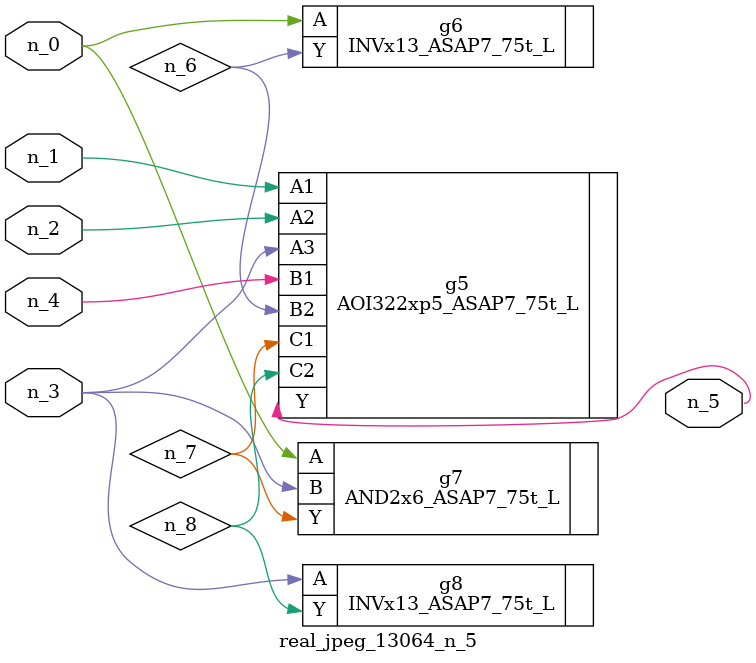
<source format=v>
module real_jpeg_13064_n_5 (n_4, n_0, n_1, n_2, n_3, n_5);

input n_4;
input n_0;
input n_1;
input n_2;
input n_3;

output n_5;

wire n_8;
wire n_6;
wire n_7;

INVx13_ASAP7_75t_L g6 ( 
.A(n_0),
.Y(n_6)
);

AND2x6_ASAP7_75t_L g7 ( 
.A(n_0),
.B(n_3),
.Y(n_7)
);

AOI322xp5_ASAP7_75t_L g5 ( 
.A1(n_1),
.A2(n_2),
.A3(n_3),
.B1(n_4),
.B2(n_6),
.C1(n_7),
.C2(n_8),
.Y(n_5)
);

INVx13_ASAP7_75t_L g8 ( 
.A(n_3),
.Y(n_8)
);


endmodule
</source>
